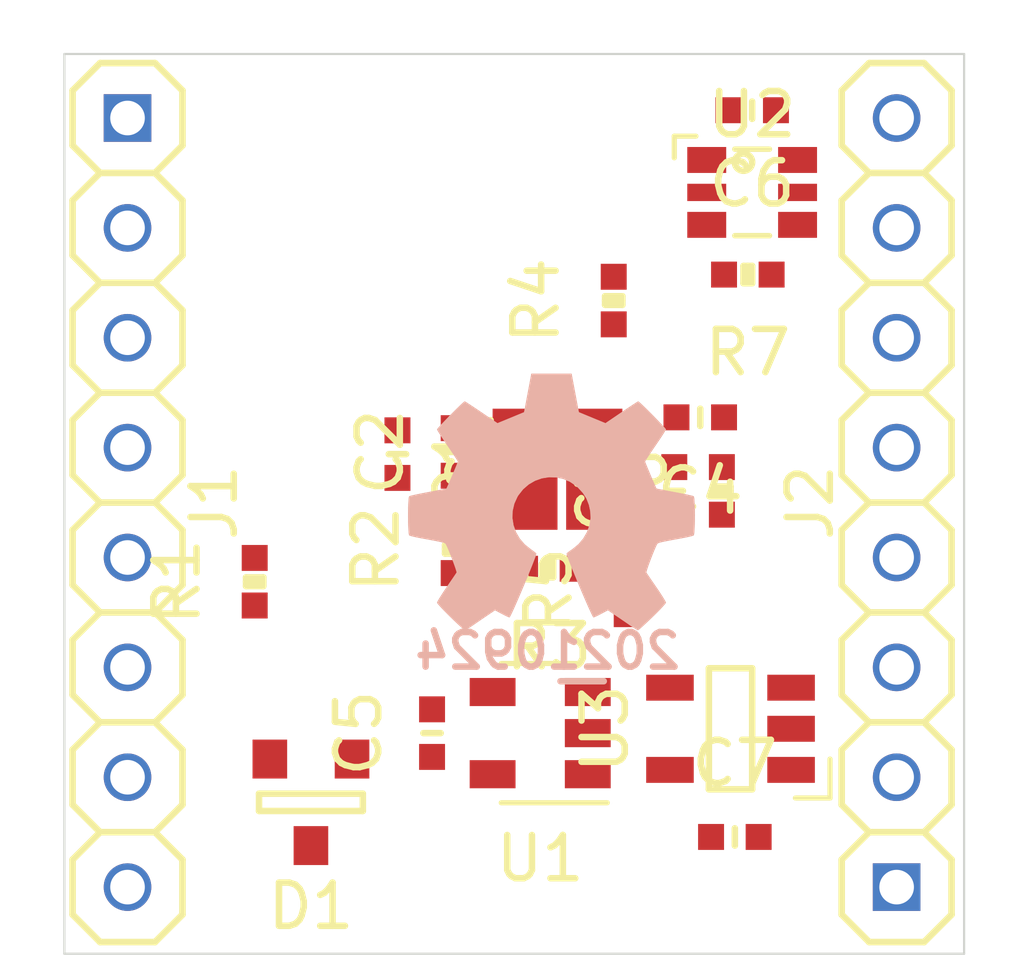
<source format=kicad_pcb>
(kicad_pcb (version 20171130) (host pcbnew 5.1.10-88a1d61d58~90~ubuntu21.04.1)

  (general
    (thickness 1.6)
    (drawings 4)
    (tracks 0)
    (zones 0)
    (modules 23)
    (nets 27)
  )

  (page A4)
  (layers
    (0 F.Cu signal)
    (31 B.Cu signal)
    (32 B.Adhes user)
    (33 F.Adhes user)
    (34 B.Paste user)
    (35 F.Paste user)
    (36 B.SilkS user)
    (37 F.SilkS user)
    (38 B.Mask user)
    (39 F.Mask user)
    (40 Dwgs.User user)
    (41 Cmts.User user)
    (42 Eco1.User user)
    (43 Eco2.User user)
    (44 Edge.Cuts user)
    (45 Margin user)
    (46 B.CrtYd user)
    (47 F.CrtYd user)
    (48 B.Fab user)
    (49 F.Fab user)
  )

  (setup
    (last_trace_width 0.25)
    (user_trace_width 0.2)
    (user_trace_width 0.3)
    (user_trace_width 0.4)
    (user_trace_width 0.6)
    (user_trace_width 0.8)
    (user_trace_width 1)
    (user_trace_width 1.2)
    (user_trace_width 1.4)
    (user_trace_width 1.6)
    (user_trace_width 2)
    (trace_clearance 0.2)
    (zone_clearance 0.508)
    (zone_45_only no)
    (trace_min 0.1524)
    (via_size 0.8)
    (via_drill 0.4)
    (via_min_size 0.381)
    (via_min_drill 0.254)
    (user_via 0.4 0.254)
    (user_via 0.5 0.3)
    (user_via 0.6 0.4)
    (user_via 0.8 0.6)
    (user_via 1.1 0.8)
    (user_via 1.3 1)
    (user_via 1.5 1.2)
    (user_via 1.7 1.4)
    (user_via 1.9 1.6)
    (user_via 2.5 2)
    (uvia_size 0.3)
    (uvia_drill 0.1)
    (uvias_allowed no)
    (uvia_min_size 0.2)
    (uvia_min_drill 0.1)
    (edge_width 0.05)
    (segment_width 0.2)
    (pcb_text_width 0.3)
    (pcb_text_size 1.5 1.5)
    (mod_edge_width 0.12)
    (mod_text_size 0.8 0.8)
    (mod_text_width 0.12)
    (pad_size 1.524 1.524)
    (pad_drill 0.762)
    (pad_to_mask_clearance 0.0762)
    (solder_mask_min_width 0.1016)
    (pad_to_paste_clearance_ratio -0.1)
    (aux_axis_origin 0 0)
    (visible_elements FFFFFF7F)
    (pcbplotparams
      (layerselection 0x010fc_ffffffff)
      (usegerberextensions false)
      (usegerberattributes true)
      (usegerberadvancedattributes true)
      (creategerberjobfile true)
      (excludeedgelayer true)
      (linewidth 0.100000)
      (plotframeref false)
      (viasonmask false)
      (mode 1)
      (useauxorigin false)
      (hpglpennumber 1)
      (hpglpenspeed 20)
      (hpglpendiameter 15.000000)
      (psnegative false)
      (psa4output false)
      (plotreference true)
      (plotvalue true)
      (plotinvisibletext false)
      (padsonsilk false)
      (subtractmaskfromsilk false)
      (outputformat 1)
      (mirror false)
      (drillshape 1)
      (scaleselection 1)
      (outputdirectory ""))
  )

  (net 0 "")
  (net 1 GND)
  (net 2 "Net-(C1-Pad1)")
  (net 3 "Net-(C2-Pad1)")
  (net 4 "Net-(C3-Pad2)")
  (net 5 /signal)
  (net 6 /bias)
  (net 7 VCC)
  (net 8 "Net-(Q1-Pad1)")
  (net 9 "Net-(R7-Pad1)")
  (net 10 "Net-(U1-Pad2)")
  (net 11 "Net-(U1-Pad1)")
  (net 12 "Net-(U2-Pad1)")
  (net 13 "Net-(J1-Pad7)")
  (net 14 "Net-(J1-Pad6)")
  (net 15 "Net-(J1-Pad5)")
  (net 16 "Net-(J1-Pad4)")
  (net 17 "Net-(J1-Pad3)")
  (net 18 "Net-(J1-Pad2)")
  (net 19 "Net-(J2-Pad7)")
  (net 20 "Net-(J2-Pad6)")
  (net 21 "Net-(J2-Pad5)")
  (net 22 "Net-(J2-Pad4)")
  (net 23 "Net-(J2-Pad3)")
  (net 24 /OSC1)
  (net 25 /OSC2)
  (net 26 "Net-(D1-Pad2)")

  (net_class Default "This is the default net class."
    (clearance 0.2)
    (trace_width 0.25)
    (via_dia 0.8)
    (via_drill 0.4)
    (uvia_dia 0.3)
    (uvia_drill 0.1)
    (add_net /OSC1)
    (add_net /OSC2)
    (add_net /bias)
    (add_net /signal)
    (add_net GND)
    (add_net "Net-(C1-Pad1)")
    (add_net "Net-(C2-Pad1)")
    (add_net "Net-(C3-Pad2)")
    (add_net "Net-(D1-Pad2)")
    (add_net "Net-(J1-Pad2)")
    (add_net "Net-(J1-Pad3)")
    (add_net "Net-(J1-Pad4)")
    (add_net "Net-(J1-Pad5)")
    (add_net "Net-(J1-Pad6)")
    (add_net "Net-(J1-Pad7)")
    (add_net "Net-(J2-Pad3)")
    (add_net "Net-(J2-Pad4)")
    (add_net "Net-(J2-Pad5)")
    (add_net "Net-(J2-Pad6)")
    (add_net "Net-(J2-Pad7)")
    (add_net "Net-(Q1-Pad1)")
    (add_net "Net-(R7-Pad1)")
    (add_net "Net-(U1-Pad1)")
    (add_net "Net-(U1-Pad2)")
    (add_net "Net-(U2-Pad1)")
    (add_net VCC)
  )

  (module SquantorIC:SOT23-3 (layer F.Cu) (tedit 5D43446D) (tstamp 614ED20E)
    (at 128.7 71.7 180)
    (path /614FE7BE)
    (fp_text reference D1 (at 0 -2.4) (layer F.SilkS)
      (effects (font (size 1 1) (thickness 0.15)))
    )
    (fp_text value BAS17 (at 0 2.5) (layer F.Fab)
      (effects (font (size 1 1) (thickness 0.15)))
    )
    (fp_line (start -1.2 -0.2) (end 1.2 -0.2) (layer F.SilkS) (width 0.15))
    (fp_line (start 1.2 -0.2) (end 1.2 0.2) (layer F.SilkS) (width 0.15))
    (fp_line (start 1.2 0.2) (end -1.2 0.2) (layer F.SilkS) (width 0.15))
    (fp_line (start -1.2 0.2) (end -1.2 -0.2) (layer F.SilkS) (width 0.15))
    (fp_line (start -1.7 1.8) (end 1.7 1.8) (layer F.CrtYd) (width 0.05))
    (fp_line (start -1.7 1.8) (end -1.7 -1.1) (layer F.CrtYd) (width 0.05))
    (fp_line (start -1.7 -1.1) (end -0.7 -1.1) (layer F.CrtYd) (width 0.05))
    (fp_line (start -0.7 -1.1) (end -0.7 -1.8) (layer F.CrtYd) (width 0.05))
    (fp_line (start -0.7 -1.8) (end 0.7 -1.8) (layer F.CrtYd) (width 0.05))
    (fp_line (start 0.7 -1.8) (end 0.7 -1.1) (layer F.CrtYd) (width 0.05))
    (fp_line (start 0.7 -1.1) (end 1.7 -1.1) (layer F.CrtYd) (width 0.05))
    (fp_line (start 1.7 -1.1) (end 1.7 1.8) (layer F.CrtYd) (width 0.05))
    (pad 3 smd rect (at 0 -1 180) (size 0.8 0.9) (layers F.Cu F.Paste F.Mask)
      (net 1 GND))
    (pad 2 smd rect (at 0.95 1 180) (size 0.8 0.9) (layers F.Cu F.Paste F.Mask)
      (net 26 "Net-(D1-Pad2)"))
    (pad 1 smd rect (at -0.95 1 180) (size 0.8 0.9) (layers F.Cu F.Paste F.Mask)
      (net 6 /bias))
    (model ${KISYS3DMOD}/Package_TO_SOT_SMD.3dshapes/SOT-23.step
      (at (xyz 0 0 0))
      (scale (xyz 1 1 1))
      (rotate (xyz 0 0 -90))
    )
  )

  (module SquantorConnectors:Header-0254-1X08-H008 (layer F.Cu) (tedit 5BE2009D) (tstamp 614E2D66)
    (at 142.24 64.77 90)
    (descr "PIN HEADER")
    (tags "PIN HEADER")
    (path /614E8982)
    (attr virtual)
    (fp_text reference J2 (at 0 -2 90) (layer F.SilkS)
      (effects (font (size 1 1) (thickness 0.15)))
    )
    (fp_text value Conn_01x08 (at 0 2.1 90) (layer F.Fab)
      (effects (font (size 1 1) (thickness 0.15)))
    )
    (fp_line (start 9.525 1.27) (end 8.255 1.27) (layer F.SilkS) (width 0.1524))
    (fp_line (start 7.62 0.635) (end 8.255 1.27) (layer F.SilkS) (width 0.1524))
    (fp_line (start 8.255 -1.27) (end 7.62 -0.635) (layer F.SilkS) (width 0.1524))
    (fp_line (start 10.16 0.635) (end 9.525 1.27) (layer F.SilkS) (width 0.1524))
    (fp_line (start 10.16 -0.635) (end 10.16 0.635) (layer F.SilkS) (width 0.1524))
    (fp_line (start 9.525 -1.27) (end 10.16 -0.635) (layer F.SilkS) (width 0.1524))
    (fp_line (start 8.255 -1.27) (end 9.525 -1.27) (layer F.SilkS) (width 0.1524))
    (fp_line (start -8.255 1.27) (end -9.525 1.27) (layer F.SilkS) (width 0.1524))
    (fp_line (start -10.16 0.635) (end -9.525 1.27) (layer F.SilkS) (width 0.1524))
    (fp_line (start -9.525 -1.27) (end -10.16 -0.635) (layer F.SilkS) (width 0.1524))
    (fp_line (start -10.16 -0.635) (end -10.16 0.635) (layer F.SilkS) (width 0.1524))
    (fp_line (start -6.985 1.27) (end -7.62 0.635) (layer F.SilkS) (width 0.1524))
    (fp_line (start -5.715 1.27) (end -6.985 1.27) (layer F.SilkS) (width 0.1524))
    (fp_line (start -5.08 0.635) (end -5.715 1.27) (layer F.SilkS) (width 0.1524))
    (fp_line (start -5.08 -0.635) (end -5.08 0.635) (layer F.SilkS) (width 0.1524))
    (fp_line (start -5.715 -1.27) (end -5.08 -0.635) (layer F.SilkS) (width 0.1524))
    (fp_line (start -6.985 -1.27) (end -5.715 -1.27) (layer F.SilkS) (width 0.1524))
    (fp_line (start -7.62 -0.635) (end -6.985 -1.27) (layer F.SilkS) (width 0.1524))
    (fp_line (start -7.62 0.635) (end -8.255 1.27) (layer F.SilkS) (width 0.1524))
    (fp_line (start -7.62 -0.635) (end -7.62 0.635) (layer F.SilkS) (width 0.1524))
    (fp_line (start -8.255 -1.27) (end -7.62 -0.635) (layer F.SilkS) (width 0.1524))
    (fp_line (start -9.525 -1.27) (end -8.255 -1.27) (layer F.SilkS) (width 0.1524))
    (fp_line (start -0.635 1.27) (end -1.905 1.27) (layer F.SilkS) (width 0.1524))
    (fp_line (start -2.54 0.635) (end -1.905 1.27) (layer F.SilkS) (width 0.1524))
    (fp_line (start -1.905 -1.27) (end -2.54 -0.635) (layer F.SilkS) (width 0.1524))
    (fp_line (start -4.445 1.27) (end -5.08 0.635) (layer F.SilkS) (width 0.1524))
    (fp_line (start -3.175 1.27) (end -4.445 1.27) (layer F.SilkS) (width 0.1524))
    (fp_line (start -2.54 0.635) (end -3.175 1.27) (layer F.SilkS) (width 0.1524))
    (fp_line (start -2.54 -0.635) (end -2.54 0.635) (layer F.SilkS) (width 0.1524))
    (fp_line (start -3.175 -1.27) (end -2.54 -0.635) (layer F.SilkS) (width 0.1524))
    (fp_line (start -4.445 -1.27) (end -3.175 -1.27) (layer F.SilkS) (width 0.1524))
    (fp_line (start -5.08 -0.635) (end -4.445 -1.27) (layer F.SilkS) (width 0.1524))
    (fp_line (start 0.635 1.27) (end 0 0.635) (layer F.SilkS) (width 0.1524))
    (fp_line (start 1.905 1.27) (end 0.635 1.27) (layer F.SilkS) (width 0.1524))
    (fp_line (start 2.54 0.635) (end 1.905 1.27) (layer F.SilkS) (width 0.1524))
    (fp_line (start 2.54 -0.635) (end 2.54 0.635) (layer F.SilkS) (width 0.1524))
    (fp_line (start 1.905 -1.27) (end 2.54 -0.635) (layer F.SilkS) (width 0.1524))
    (fp_line (start 0.635 -1.27) (end 1.905 -1.27) (layer F.SilkS) (width 0.1524))
    (fp_line (start 0 -0.635) (end 0.635 -1.27) (layer F.SilkS) (width 0.1524))
    (fp_line (start 0 0.635) (end -0.635 1.27) (layer F.SilkS) (width 0.1524))
    (fp_line (start 0 -0.635) (end 0 0.635) (layer F.SilkS) (width 0.1524))
    (fp_line (start -0.635 -1.27) (end 0 -0.635) (layer F.SilkS) (width 0.1524))
    (fp_line (start -1.905 -1.27) (end -0.635 -1.27) (layer F.SilkS) (width 0.1524))
    (fp_line (start 6.985 1.27) (end 5.715 1.27) (layer F.SilkS) (width 0.1524))
    (fp_line (start 5.08 0.635) (end 5.715 1.27) (layer F.SilkS) (width 0.1524))
    (fp_line (start 5.715 -1.27) (end 5.08 -0.635) (layer F.SilkS) (width 0.1524))
    (fp_line (start 3.175 1.27) (end 2.54 0.635) (layer F.SilkS) (width 0.1524))
    (fp_line (start 4.445 1.27) (end 3.175 1.27) (layer F.SilkS) (width 0.1524))
    (fp_line (start 5.08 0.635) (end 4.445 1.27) (layer F.SilkS) (width 0.1524))
    (fp_line (start 5.08 -0.635) (end 5.08 0.635) (layer F.SilkS) (width 0.1524))
    (fp_line (start 4.445 -1.27) (end 5.08 -0.635) (layer F.SilkS) (width 0.1524))
    (fp_line (start 3.175 -1.27) (end 4.445 -1.27) (layer F.SilkS) (width 0.1524))
    (fp_line (start 2.54 -0.635) (end 3.175 -1.27) (layer F.SilkS) (width 0.1524))
    (fp_line (start 7.62 0.635) (end 6.985 1.27) (layer F.SilkS) (width 0.1524))
    (fp_line (start 7.62 -0.635) (end 7.62 0.635) (layer F.SilkS) (width 0.1524))
    (fp_line (start 6.985 -1.27) (end 7.62 -0.635) (layer F.SilkS) (width 0.1524))
    (fp_line (start 5.715 -1.27) (end 6.985 -1.27) (layer F.SilkS) (width 0.1524))
    (pad 8 thru_hole circle (at 8.89 0 270) (size 1.1 1.1) (drill 0.8) (layers *.Cu *.Mask)
      (net 24 /OSC1))
    (pad 7 thru_hole circle (at 6.35 0 270) (size 1.1 1.1) (drill 0.8) (layers *.Cu *.Mask)
      (net 19 "Net-(J2-Pad7)"))
    (pad 6 thru_hole circle (at 3.81 0 270) (size 1.1 1.1) (drill 0.8) (layers *.Cu *.Mask)
      (net 20 "Net-(J2-Pad6)"))
    (pad 5 thru_hole circle (at 1.27 0 270) (size 1.1 1.1) (drill 0.8) (layers *.Cu *.Mask)
      (net 21 "Net-(J2-Pad5)"))
    (pad 4 thru_hole circle (at -1.27 0 270) (size 1.1 1.1) (drill 0.8) (layers *.Cu *.Mask)
      (net 22 "Net-(J2-Pad4)"))
    (pad 3 thru_hole circle (at -3.81 0 270) (size 1.1 1.1) (drill 0.8) (layers *.Cu *.Mask)
      (net 23 "Net-(J2-Pad3)"))
    (pad 2 thru_hole circle (at -6.35 0 270) (size 1.1 1.1) (drill 0.8) (layers *.Cu *.Mask)
      (net 25 /OSC2))
    (pad 1 thru_hole rect (at -8.89 0 270) (size 1.1 1.1) (drill 0.8) (layers *.Cu *.Mask)
      (net 6 /bias))
  )

  (module SquantorConnectors:Header-0254-1X08-H008 (layer F.Cu) (tedit 5BE2009D) (tstamp 614E2D21)
    (at 124.46 64.77 270)
    (descr "PIN HEADER")
    (tags "PIN HEADER")
    (path /614E4605)
    (attr virtual)
    (fp_text reference J1 (at 0 -2 90) (layer F.SilkS)
      (effects (font (size 1 1) (thickness 0.15)))
    )
    (fp_text value Conn_01x08 (at 0 2.1 90) (layer F.Fab)
      (effects (font (size 1 1) (thickness 0.15)))
    )
    (fp_line (start 9.525 1.27) (end 8.255 1.27) (layer F.SilkS) (width 0.1524))
    (fp_line (start 7.62 0.635) (end 8.255 1.27) (layer F.SilkS) (width 0.1524))
    (fp_line (start 8.255 -1.27) (end 7.62 -0.635) (layer F.SilkS) (width 0.1524))
    (fp_line (start 10.16 0.635) (end 9.525 1.27) (layer F.SilkS) (width 0.1524))
    (fp_line (start 10.16 -0.635) (end 10.16 0.635) (layer F.SilkS) (width 0.1524))
    (fp_line (start 9.525 -1.27) (end 10.16 -0.635) (layer F.SilkS) (width 0.1524))
    (fp_line (start 8.255 -1.27) (end 9.525 -1.27) (layer F.SilkS) (width 0.1524))
    (fp_line (start -8.255 1.27) (end -9.525 1.27) (layer F.SilkS) (width 0.1524))
    (fp_line (start -10.16 0.635) (end -9.525 1.27) (layer F.SilkS) (width 0.1524))
    (fp_line (start -9.525 -1.27) (end -10.16 -0.635) (layer F.SilkS) (width 0.1524))
    (fp_line (start -10.16 -0.635) (end -10.16 0.635) (layer F.SilkS) (width 0.1524))
    (fp_line (start -6.985 1.27) (end -7.62 0.635) (layer F.SilkS) (width 0.1524))
    (fp_line (start -5.715 1.27) (end -6.985 1.27) (layer F.SilkS) (width 0.1524))
    (fp_line (start -5.08 0.635) (end -5.715 1.27) (layer F.SilkS) (width 0.1524))
    (fp_line (start -5.08 -0.635) (end -5.08 0.635) (layer F.SilkS) (width 0.1524))
    (fp_line (start -5.715 -1.27) (end -5.08 -0.635) (layer F.SilkS) (width 0.1524))
    (fp_line (start -6.985 -1.27) (end -5.715 -1.27) (layer F.SilkS) (width 0.1524))
    (fp_line (start -7.62 -0.635) (end -6.985 -1.27) (layer F.SilkS) (width 0.1524))
    (fp_line (start -7.62 0.635) (end -8.255 1.27) (layer F.SilkS) (width 0.1524))
    (fp_line (start -7.62 -0.635) (end -7.62 0.635) (layer F.SilkS) (width 0.1524))
    (fp_line (start -8.255 -1.27) (end -7.62 -0.635) (layer F.SilkS) (width 0.1524))
    (fp_line (start -9.525 -1.27) (end -8.255 -1.27) (layer F.SilkS) (width 0.1524))
    (fp_line (start -0.635 1.27) (end -1.905 1.27) (layer F.SilkS) (width 0.1524))
    (fp_line (start -2.54 0.635) (end -1.905 1.27) (layer F.SilkS) (width 0.1524))
    (fp_line (start -1.905 -1.27) (end -2.54 -0.635) (layer F.SilkS) (width 0.1524))
    (fp_line (start -4.445 1.27) (end -5.08 0.635) (layer F.SilkS) (width 0.1524))
    (fp_line (start -3.175 1.27) (end -4.445 1.27) (layer F.SilkS) (width 0.1524))
    (fp_line (start -2.54 0.635) (end -3.175 1.27) (layer F.SilkS) (width 0.1524))
    (fp_line (start -2.54 -0.635) (end -2.54 0.635) (layer F.SilkS) (width 0.1524))
    (fp_line (start -3.175 -1.27) (end -2.54 -0.635) (layer F.SilkS) (width 0.1524))
    (fp_line (start -4.445 -1.27) (end -3.175 -1.27) (layer F.SilkS) (width 0.1524))
    (fp_line (start -5.08 -0.635) (end -4.445 -1.27) (layer F.SilkS) (width 0.1524))
    (fp_line (start 0.635 1.27) (end 0 0.635) (layer F.SilkS) (width 0.1524))
    (fp_line (start 1.905 1.27) (end 0.635 1.27) (layer F.SilkS) (width 0.1524))
    (fp_line (start 2.54 0.635) (end 1.905 1.27) (layer F.SilkS) (width 0.1524))
    (fp_line (start 2.54 -0.635) (end 2.54 0.635) (layer F.SilkS) (width 0.1524))
    (fp_line (start 1.905 -1.27) (end 2.54 -0.635) (layer F.SilkS) (width 0.1524))
    (fp_line (start 0.635 -1.27) (end 1.905 -1.27) (layer F.SilkS) (width 0.1524))
    (fp_line (start 0 -0.635) (end 0.635 -1.27) (layer F.SilkS) (width 0.1524))
    (fp_line (start 0 0.635) (end -0.635 1.27) (layer F.SilkS) (width 0.1524))
    (fp_line (start 0 -0.635) (end 0 0.635) (layer F.SilkS) (width 0.1524))
    (fp_line (start -0.635 -1.27) (end 0 -0.635) (layer F.SilkS) (width 0.1524))
    (fp_line (start -1.905 -1.27) (end -0.635 -1.27) (layer F.SilkS) (width 0.1524))
    (fp_line (start 6.985 1.27) (end 5.715 1.27) (layer F.SilkS) (width 0.1524))
    (fp_line (start 5.08 0.635) (end 5.715 1.27) (layer F.SilkS) (width 0.1524))
    (fp_line (start 5.715 -1.27) (end 5.08 -0.635) (layer F.SilkS) (width 0.1524))
    (fp_line (start 3.175 1.27) (end 2.54 0.635) (layer F.SilkS) (width 0.1524))
    (fp_line (start 4.445 1.27) (end 3.175 1.27) (layer F.SilkS) (width 0.1524))
    (fp_line (start 5.08 0.635) (end 4.445 1.27) (layer F.SilkS) (width 0.1524))
    (fp_line (start 5.08 -0.635) (end 5.08 0.635) (layer F.SilkS) (width 0.1524))
    (fp_line (start 4.445 -1.27) (end 5.08 -0.635) (layer F.SilkS) (width 0.1524))
    (fp_line (start 3.175 -1.27) (end 4.445 -1.27) (layer F.SilkS) (width 0.1524))
    (fp_line (start 2.54 -0.635) (end 3.175 -1.27) (layer F.SilkS) (width 0.1524))
    (fp_line (start 7.62 0.635) (end 6.985 1.27) (layer F.SilkS) (width 0.1524))
    (fp_line (start 7.62 -0.635) (end 7.62 0.635) (layer F.SilkS) (width 0.1524))
    (fp_line (start 6.985 -1.27) (end 7.62 -0.635) (layer F.SilkS) (width 0.1524))
    (fp_line (start 5.715 -1.27) (end 6.985 -1.27) (layer F.SilkS) (width 0.1524))
    (pad 8 thru_hole circle (at 8.89 0 90) (size 1.1 1.1) (drill 0.8) (layers *.Cu *.Mask)
      (net 1 GND))
    (pad 7 thru_hole circle (at 6.35 0 90) (size 1.1 1.1) (drill 0.8) (layers *.Cu *.Mask)
      (net 13 "Net-(J1-Pad7)"))
    (pad 6 thru_hole circle (at 3.81 0 90) (size 1.1 1.1) (drill 0.8) (layers *.Cu *.Mask)
      (net 14 "Net-(J1-Pad6)"))
    (pad 5 thru_hole circle (at 1.27 0 90) (size 1.1 1.1) (drill 0.8) (layers *.Cu *.Mask)
      (net 15 "Net-(J1-Pad5)"))
    (pad 4 thru_hole circle (at -1.27 0 90) (size 1.1 1.1) (drill 0.8) (layers *.Cu *.Mask)
      (net 16 "Net-(J1-Pad4)"))
    (pad 3 thru_hole circle (at -3.81 0 90) (size 1.1 1.1) (drill 0.8) (layers *.Cu *.Mask)
      (net 17 "Net-(J1-Pad3)"))
    (pad 2 thru_hole circle (at -6.35 0 90) (size 1.1 1.1) (drill 0.8) (layers *.Cu *.Mask)
      (net 18 "Net-(J1-Pad2)"))
    (pad 1 thru_hole rect (at -8.89 0 90) (size 1.1 1.1) (drill 0.8) (layers *.Cu *.Mask)
      (net 7 VCC))
  )

  (module SquantorIC:SOT23-5-Microchip-OT (layer F.Cu) (tedit 604FA5EB) (tstamp 614163B7)
    (at 138.4 70 90)
    (path /6141B4F7)
    (fp_text reference U3 (at 0 -2.9 90) (layer F.SilkS)
      (effects (font (size 1 1) (thickness 0.15)))
    )
    (fp_text value MCP6541 (at 0 3 90) (layer F.Fab)
      (effects (font (size 1 1) (thickness 0.15)))
    )
    (fp_line (start -1.4 -0.5) (end 1.4 -0.5) (layer F.SilkS) (width 0.15))
    (fp_line (start 1.4 -0.5) (end 1.4 0.5) (layer F.SilkS) (width 0.15))
    (fp_line (start 1.4 0.5) (end -1.4 0.5) (layer F.SilkS) (width 0.15))
    (fp_line (start -1.4 0.5) (end -1.4 -0.5) (layer F.SilkS) (width 0.15))
    (fp_line (start -1.9 2.3) (end 1.8 2.3) (layer F.CrtYd) (width 0.05))
    (fp_line (start 1.8 2.3) (end 1.8 -2.3) (layer F.CrtYd) (width 0.05))
    (fp_line (start 1.8 -2.3) (end -1.9 -2.3) (layer F.CrtYd) (width 0.05))
    (fp_line (start -1.9 -2.3) (end -1.9 2.3) (layer F.CrtYd) (width 0.05))
    (fp_line (start -0.7 2.3) (end -1.6 2.3) (layer F.SilkS) (width 0.12))
    (fp_line (start -1.6 2.3) (end -1.6 1.5) (layer F.SilkS) (width 0.12))
    (pad 5 smd rect (at -0.95 -1.4 90) (size 0.6 1.1) (layers F.Cu F.Paste F.Mask)
      (net 7 VCC))
    (pad 4 smd rect (at 0.95 -1.4 90) (size 0.6 1.1) (layers F.Cu F.Paste F.Mask)
      (net 6 /bias))
    (pad 3 smd rect (at 0.95 1.4 90) (size 0.6 1.1) (layers F.Cu F.Paste F.Mask)
      (net 5 /signal))
    (pad 2 smd rect (at 0 1.4 90) (size 0.6 1.1) (layers F.Cu F.Paste F.Mask)
      (net 1 GND))
    (pad 1 smd rect (at -0.95 1.4 90) (size 0.6 1.1) (layers F.Cu F.Paste F.Mask)
      (net 25 /OSC2))
    (model ${KISYS3DMOD}/Package_TO_SOT_SMD.3dshapes/SOT-23-5.step
      (at (xyz 0 0 0))
      (scale (xyz 1 1 1))
      (rotate (xyz 0 0 -90))
    )
  )

  (module SquantorIC:SOT363-NXP-hand (layer F.Cu) (tedit 60D243A6) (tstamp 614163A4)
    (at 138.9 57.6 270)
    (descr "SOT363 Plastic surface-mounted package; 6 leads SC-88 NXP specification hand soldering")
    (tags "SOT363-hand SC-88 NXP")
    (path /614197B9)
    (attr smd)
    (fp_text reference U2 (at -1.8 0) (layer F.SilkS)
      (effects (font (size 1 1) (thickness 0.15)))
    )
    (fp_text value 74X1GX04 (at 1.9 0) (layer F.Fab)
      (effects (font (size 1 1) (thickness 0.15)))
    )
    (fp_line (start -1.3 1.8) (end -0.8 1.8) (layer F.SilkS) (width 0.12))
    (fp_line (start -1.3 1.8) (end -1.3 1.3) (layer F.SilkS) (width 0.12))
    (fp_line (start -1 -0.625) (end -1 0.625) (layer Dwgs.User) (width 0.127))
    (fp_line (start 1 0.625) (end 1 -0.625) (layer Dwgs.User) (width 0.127))
    (fp_line (start -1 -0.625) (end 1 -0.625) (layer Dwgs.User) (width 0.127))
    (fp_line (start 1 0.625) (end -1 0.625) (layer Dwgs.User) (width 0.127))
    (fp_line (start 1 0.4) (end 1 -0.4) (layer F.SilkS) (width 0.127))
    (fp_line (start -1 0.4) (end -1 -0.4) (layer F.SilkS) (width 0.127))
    (fp_circle (center -0.7 0.2) (end -0.5 0.2) (layer F.SilkS) (width 0.15))
    (fp_poly (pts (xy -0.125 -0.625) (xy 0.125 -0.625) (xy 0.125 -0.925) (xy -0.125 -0.925)) (layer Dwgs.User) (width 0))
    (fp_poly (pts (xy 0.525 -0.625) (xy 0.775 -0.625) (xy 0.775 -0.925) (xy 0.525 -0.925)) (layer Dwgs.User) (width 0))
    (fp_poly (pts (xy -0.125 0.925) (xy 0.125 0.925) (xy 0.125 0.625) (xy -0.125 0.625)) (layer Dwgs.User) (width 0))
    (fp_poly (pts (xy 0.525 0.925) (xy 0.775 0.925) (xy 0.775 0.625) (xy 0.525 0.625)) (layer Dwgs.User) (width 0))
    (fp_poly (pts (xy -0.775 0.925) (xy -0.525 0.925) (xy -0.525 0.625) (xy -0.775 0.625)) (layer Dwgs.User) (width 0))
    (fp_poly (pts (xy -0.775 -0.625) (xy -0.525 -0.625) (xy -0.525 -0.925) (xy -0.775 -0.925)) (layer Dwgs.User) (width 0))
    (fp_line (start -1.3 -1.8) (end -1.3 1.8) (layer F.CrtYd) (width 0.05))
    (fp_line (start -1.3 1.8) (end 1.3 1.8) (layer F.CrtYd) (width 0.05))
    (fp_line (start 1.3 1.8) (end 1.3 -1.8) (layer F.CrtYd) (width 0.05))
    (fp_line (start 1.3 -1.8) (end -1.3 -1.8) (layer F.CrtYd) (width 0.05))
    (pad 3 smd rect (at 0.75 1.05 270) (size 0.6 0.9) (layers F.Cu F.Paste F.Mask)
      (net 5 /signal))
    (pad 2 smd rect (at 0 1.05 270) (size 0.4 0.9) (layers F.Cu F.Paste F.Mask)
      (net 1 GND))
    (pad 1 smd rect (at -0.75 1.05 270) (size 0.6 0.9) (layers F.Cu F.Paste F.Mask)
      (net 12 "Net-(U2-Pad1)"))
    (pad 4 smd rect (at 0.75 -1.05 270) (size 0.6 0.9) (layers F.Cu F.Paste F.Mask)
      (net 9 "Net-(R7-Pad1)"))
    (pad 5 smd rect (at 0 -1.05 270) (size 0.4 0.9) (layers F.Cu F.Paste F.Mask)
      (net 7 VCC))
    (pad 6 smd rect (at -0.75 -1.05 270) (size 0.6 0.9) (layers F.Cu F.Paste F.Mask)
      (net 24 /OSC1))
    (model ${KISYS3DMOD}/Package_TO_SOT_SMD.3dshapes/SOT-363_SC-70-6.step
      (at (xyz 0 0 0))
      (scale (xyz 1 1 1))
      (rotate (xyz 0 0 90))
    )
  )

  (module Package_TO_SOT_SMD:SOT-23-5 (layer F.Cu) (tedit 5A02FF57) (tstamp 61416387)
    (at 134 70.1 180)
    (descr "5-pin SOT23 package")
    (tags SOT-23-5)
    (path /614576C4)
    (attr smd)
    (fp_text reference U1 (at 0 -2.9) (layer F.SilkS)
      (effects (font (size 1 1) (thickness 0.15)))
    )
    (fp_text value TL431 (at 0 2.9) (layer F.Fab)
      (effects (font (size 1 1) (thickness 0.15)))
    )
    (fp_line (start -0.9 1.61) (end 0.9 1.61) (layer F.SilkS) (width 0.12))
    (fp_line (start 0.9 -1.61) (end -1.55 -1.61) (layer F.SilkS) (width 0.12))
    (fp_line (start -1.9 -1.8) (end 1.9 -1.8) (layer F.CrtYd) (width 0.05))
    (fp_line (start 1.9 -1.8) (end 1.9 1.8) (layer F.CrtYd) (width 0.05))
    (fp_line (start 1.9 1.8) (end -1.9 1.8) (layer F.CrtYd) (width 0.05))
    (fp_line (start -1.9 1.8) (end -1.9 -1.8) (layer F.CrtYd) (width 0.05))
    (fp_line (start -0.9 -0.9) (end -0.25 -1.55) (layer F.Fab) (width 0.1))
    (fp_line (start 0.9 -1.55) (end -0.25 -1.55) (layer F.Fab) (width 0.1))
    (fp_line (start -0.9 -0.9) (end -0.9 1.55) (layer F.Fab) (width 0.1))
    (fp_line (start 0.9 1.55) (end -0.9 1.55) (layer F.Fab) (width 0.1))
    (fp_line (start 0.9 -1.55) (end 0.9 1.55) (layer F.Fab) (width 0.1))
    (fp_text user %R (at 0 0 90) (layer F.Fab)
      (effects (font (size 0.5 0.5) (thickness 0.075)))
    )
    (pad 5 smd rect (at 1.1 -0.95 180) (size 1.06 0.65) (layers F.Cu F.Paste F.Mask)
      (net 1 GND))
    (pad 4 smd rect (at 1.1 0.95 180) (size 1.06 0.65) (layers F.Cu F.Paste F.Mask)
      (net 6 /bias))
    (pad 3 smd rect (at -1.1 0.95 180) (size 1.06 0.65) (layers F.Cu F.Paste F.Mask)
      (net 6 /bias))
    (pad 2 smd rect (at -1.1 0 180) (size 1.06 0.65) (layers F.Cu F.Paste F.Mask)
      (net 10 "Net-(U1-Pad2)"))
    (pad 1 smd rect (at -1.1 -0.95 180) (size 1.06 0.65) (layers F.Cu F.Paste F.Mask)
      (net 11 "Net-(U1-Pad1)"))
    (model ${KISYS3DMOD}/Package_TO_SOT_SMD.3dshapes/SOT-23-5.wrl
      (at (xyz 0 0 0))
      (scale (xyz 1 1 1))
      (rotate (xyz 0 0 0))
    )
  )

  (module SquantorRcl:R_0402_hand (layer F.Cu) (tedit 5D440136) (tstamp 61416372)
    (at 138.8 59.5 180)
    (descr "Resistor SMD 0402, reflow soldering, Vishay (see dcrcw.pdf)")
    (tags "resistor 0402")
    (path /6141FD24)
    (attr smd)
    (fp_text reference R7 (at 0 -1.8) (layer F.SilkS)
      (effects (font (size 1 1) (thickness 0.15)))
    )
    (fp_text value 10M (at 0 1.8) (layer F.Fab)
      (effects (font (size 1 1) (thickness 0.15)))
    )
    (fp_line (start -0.5 0.25) (end -0.5 -0.25) (layer F.Fab) (width 0.1))
    (fp_line (start 0.5 0.25) (end -0.5 0.25) (layer F.Fab) (width 0.1))
    (fp_line (start 0.5 -0.25) (end 0.5 0.25) (layer F.Fab) (width 0.1))
    (fp_line (start -0.5 -0.25) (end 0.5 -0.25) (layer F.Fab) (width 0.1))
    (fp_line (start -1.1 -0.55) (end 1.1 -0.55) (layer F.CrtYd) (width 0.05))
    (fp_line (start -1.1 0.55) (end 1.1 0.55) (layer F.CrtYd) (width 0.05))
    (fp_line (start -1.1 -0.55) (end -1.1 0.55) (layer F.CrtYd) (width 0.05))
    (fp_line (start 1.1 -0.55) (end 1.1 0.55) (layer F.CrtYd) (width 0.05))
    (fp_line (start -0.1 -0.2) (end 0.1 -0.2) (layer F.SilkS) (width 0.15))
    (fp_line (start 0.1 -0.2) (end 0.1 0.2) (layer F.SilkS) (width 0.15))
    (fp_line (start 0.1 0.2) (end -0.1 0.2) (layer F.SilkS) (width 0.15))
    (fp_line (start -0.1 0.2) (end -0.1 -0.2) (layer F.SilkS) (width 0.15))
    (fp_line (start 0 -0.2) (end 0 0.2) (layer F.SilkS) (width 0.15))
    (pad 2 smd rect (at 0.55 0 180) (size 0.6 0.6) (layers F.Cu F.Paste F.Mask)
      (net 5 /signal))
    (pad 1 smd rect (at -0.55 0 180) (size 0.6 0.6) (layers F.Cu F.Paste F.Mask)
      (net 9 "Net-(R7-Pad1)"))
    (model ${KISYS3DMOD}/Resistor_SMD.3dshapes/R_0402_1005Metric.step
      (at (xyz 0 0 0))
      (scale (xyz 1 1 1))
      (rotate (xyz 0 0 0))
    )
  )

  (module SquantorRcl:R_0402_hand (layer F.Cu) (tedit 5D440136) (tstamp 6141635F)
    (at 138.2 64.5 90)
    (descr "Resistor SMD 0402, reflow soldering, Vishay (see dcrcw.pdf)")
    (tags "resistor 0402")
    (path /6140E2FE)
    (attr smd)
    (fp_text reference R6 (at 0 -1.8 90) (layer F.SilkS)
      (effects (font (size 1 1) (thickness 0.15)))
    )
    (fp_text value 330K (at 0 1.8 90) (layer F.Fab)
      (effects (font (size 1 1) (thickness 0.15)))
    )
    (fp_line (start -0.5 0.25) (end -0.5 -0.25) (layer F.Fab) (width 0.1))
    (fp_line (start 0.5 0.25) (end -0.5 0.25) (layer F.Fab) (width 0.1))
    (fp_line (start 0.5 -0.25) (end 0.5 0.25) (layer F.Fab) (width 0.1))
    (fp_line (start -0.5 -0.25) (end 0.5 -0.25) (layer F.Fab) (width 0.1))
    (fp_line (start -1.1 -0.55) (end 1.1 -0.55) (layer F.CrtYd) (width 0.05))
    (fp_line (start -1.1 0.55) (end 1.1 0.55) (layer F.CrtYd) (width 0.05))
    (fp_line (start -1.1 -0.55) (end -1.1 0.55) (layer F.CrtYd) (width 0.05))
    (fp_line (start 1.1 -0.55) (end 1.1 0.55) (layer F.CrtYd) (width 0.05))
    (fp_line (start -0.1 -0.2) (end 0.1 -0.2) (layer F.SilkS) (width 0.15))
    (fp_line (start 0.1 -0.2) (end 0.1 0.2) (layer F.SilkS) (width 0.15))
    (fp_line (start 0.1 0.2) (end -0.1 0.2) (layer F.SilkS) (width 0.15))
    (fp_line (start -0.1 0.2) (end -0.1 -0.2) (layer F.SilkS) (width 0.15))
    (fp_line (start 0 -0.2) (end 0 0.2) (layer F.SilkS) (width 0.15))
    (pad 2 smd rect (at 0.55 0 90) (size 0.6 0.6) (layers F.Cu F.Paste F.Mask)
      (net 5 /signal))
    (pad 1 smd rect (at -0.55 0 90) (size 0.6 0.6) (layers F.Cu F.Paste F.Mask)
      (net 6 /bias))
    (model ${KISYS3DMOD}/Resistor_SMD.3dshapes/R_0402_1005Metric.step
      (at (xyz 0 0 0))
      (scale (xyz 1 1 1))
      (rotate (xyz 0 0 0))
    )
  )

  (module SquantorRcl:R_0402_hand (layer F.Cu) (tedit 5D440136) (tstamp 6141634C)
    (at 136 66.8 90)
    (descr "Resistor SMD 0402, reflow soldering, Vishay (see dcrcw.pdf)")
    (tags "resistor 0402")
    (path /613FF70B)
    (attr smd)
    (fp_text reference R5 (at 0 -1.8 90) (layer F.SilkS)
      (effects (font (size 1 1) (thickness 0.15)))
    )
    (fp_text value 100K (at 0 1.8 90) (layer F.Fab)
      (effects (font (size 1 1) (thickness 0.15)))
    )
    (fp_line (start -0.5 0.25) (end -0.5 -0.25) (layer F.Fab) (width 0.1))
    (fp_line (start 0.5 0.25) (end -0.5 0.25) (layer F.Fab) (width 0.1))
    (fp_line (start 0.5 -0.25) (end 0.5 0.25) (layer F.Fab) (width 0.1))
    (fp_line (start -0.5 -0.25) (end 0.5 -0.25) (layer F.Fab) (width 0.1))
    (fp_line (start -1.1 -0.55) (end 1.1 -0.55) (layer F.CrtYd) (width 0.05))
    (fp_line (start -1.1 0.55) (end 1.1 0.55) (layer F.CrtYd) (width 0.05))
    (fp_line (start -1.1 -0.55) (end -1.1 0.55) (layer F.CrtYd) (width 0.05))
    (fp_line (start 1.1 -0.55) (end 1.1 0.55) (layer F.CrtYd) (width 0.05))
    (fp_line (start -0.1 -0.2) (end 0.1 -0.2) (layer F.SilkS) (width 0.15))
    (fp_line (start 0.1 -0.2) (end 0.1 0.2) (layer F.SilkS) (width 0.15))
    (fp_line (start 0.1 0.2) (end -0.1 0.2) (layer F.SilkS) (width 0.15))
    (fp_line (start -0.1 0.2) (end -0.1 -0.2) (layer F.SilkS) (width 0.15))
    (fp_line (start 0 -0.2) (end 0 0.2) (layer F.SilkS) (width 0.15))
    (pad 2 smd rect (at 0.55 0 90) (size 0.6 0.6) (layers F.Cu F.Paste F.Mask)
      (net 3 "Net-(C2-Pad1)"))
    (pad 1 smd rect (at -0.55 0 90) (size 0.6 0.6) (layers F.Cu F.Paste F.Mask)
      (net 1 GND))
    (model ${KISYS3DMOD}/Resistor_SMD.3dshapes/R_0402_1005Metric.step
      (at (xyz 0 0 0))
      (scale (xyz 1 1 1))
      (rotate (xyz 0 0 0))
    )
  )

  (module SquantorRcl:R_0402_hand (layer F.Cu) (tedit 5D440136) (tstamp 61416339)
    (at 135.7 60.1 90)
    (descr "Resistor SMD 0402, reflow soldering, Vishay (see dcrcw.pdf)")
    (tags "resistor 0402")
    (path /61406944)
    (attr smd)
    (fp_text reference R4 (at 0 -1.8 90) (layer F.SilkS)
      (effects (font (size 1 1) (thickness 0.15)))
    )
    (fp_text value 220K (at 0 1.8 90) (layer F.Fab)
      (effects (font (size 1 1) (thickness 0.15)))
    )
    (fp_line (start -0.5 0.25) (end -0.5 -0.25) (layer F.Fab) (width 0.1))
    (fp_line (start 0.5 0.25) (end -0.5 0.25) (layer F.Fab) (width 0.1))
    (fp_line (start 0.5 -0.25) (end 0.5 0.25) (layer F.Fab) (width 0.1))
    (fp_line (start -0.5 -0.25) (end 0.5 -0.25) (layer F.Fab) (width 0.1))
    (fp_line (start -1.1 -0.55) (end 1.1 -0.55) (layer F.CrtYd) (width 0.05))
    (fp_line (start -1.1 0.55) (end 1.1 0.55) (layer F.CrtYd) (width 0.05))
    (fp_line (start -1.1 -0.55) (end -1.1 0.55) (layer F.CrtYd) (width 0.05))
    (fp_line (start 1.1 -0.55) (end 1.1 0.55) (layer F.CrtYd) (width 0.05))
    (fp_line (start -0.1 -0.2) (end 0.1 -0.2) (layer F.SilkS) (width 0.15))
    (fp_line (start 0.1 -0.2) (end 0.1 0.2) (layer F.SilkS) (width 0.15))
    (fp_line (start 0.1 0.2) (end -0.1 0.2) (layer F.SilkS) (width 0.15))
    (fp_line (start -0.1 0.2) (end -0.1 -0.2) (layer F.SilkS) (width 0.15))
    (fp_line (start 0 -0.2) (end 0 0.2) (layer F.SilkS) (width 0.15))
    (pad 2 smd rect (at 0.55 0 90) (size 0.6 0.6) (layers F.Cu F.Paste F.Mask)
      (net 7 VCC))
    (pad 1 smd rect (at -0.55 0 90) (size 0.6 0.6) (layers F.Cu F.Paste F.Mask)
      (net 4 "Net-(C3-Pad2)"))
    (model ${KISYS3DMOD}/Resistor_SMD.3dshapes/R_0402_1005Metric.step
      (at (xyz 0 0 0))
      (scale (xyz 1 1 1))
      (rotate (xyz 0 0 0))
    )
  )

  (module SquantorRcl:R_0402_hand (layer F.Cu) (tedit 5D440136) (tstamp 61416326)
    (at 134.2 66.3 180)
    (descr "Resistor SMD 0402, reflow soldering, Vishay (see dcrcw.pdf)")
    (tags "resistor 0402")
    (path /613FCC01)
    (attr smd)
    (fp_text reference R3 (at 0 -1.8) (layer F.SilkS)
      (effects (font (size 1 1) (thickness 0.15)))
    )
    (fp_text value 1M (at 0 1.8) (layer F.Fab)
      (effects (font (size 1 1) (thickness 0.15)))
    )
    (fp_line (start -0.5 0.25) (end -0.5 -0.25) (layer F.Fab) (width 0.1))
    (fp_line (start 0.5 0.25) (end -0.5 0.25) (layer F.Fab) (width 0.1))
    (fp_line (start 0.5 -0.25) (end 0.5 0.25) (layer F.Fab) (width 0.1))
    (fp_line (start -0.5 -0.25) (end 0.5 -0.25) (layer F.Fab) (width 0.1))
    (fp_line (start -1.1 -0.55) (end 1.1 -0.55) (layer F.CrtYd) (width 0.05))
    (fp_line (start -1.1 0.55) (end 1.1 0.55) (layer F.CrtYd) (width 0.05))
    (fp_line (start -1.1 -0.55) (end -1.1 0.55) (layer F.CrtYd) (width 0.05))
    (fp_line (start 1.1 -0.55) (end 1.1 0.55) (layer F.CrtYd) (width 0.05))
    (fp_line (start -0.1 -0.2) (end 0.1 -0.2) (layer F.SilkS) (width 0.15))
    (fp_line (start 0.1 -0.2) (end 0.1 0.2) (layer F.SilkS) (width 0.15))
    (fp_line (start 0.1 0.2) (end -0.1 0.2) (layer F.SilkS) (width 0.15))
    (fp_line (start -0.1 0.2) (end -0.1 -0.2) (layer F.SilkS) (width 0.15))
    (fp_line (start 0 -0.2) (end 0 0.2) (layer F.SilkS) (width 0.15))
    (pad 2 smd rect (at 0.55 0 180) (size 0.6 0.6) (layers F.Cu F.Paste F.Mask)
      (net 2 "Net-(C1-Pad1)"))
    (pad 1 smd rect (at -0.55 0 180) (size 0.6 0.6) (layers F.Cu F.Paste F.Mask)
      (net 8 "Net-(Q1-Pad1)"))
    (model ${KISYS3DMOD}/Resistor_SMD.3dshapes/R_0402_1005Metric.step
      (at (xyz 0 0 0))
      (scale (xyz 1 1 1))
      (rotate (xyz 0 0 0))
    )
  )

  (module SquantorRcl:R_0402_hand (layer F.Cu) (tedit 5D440136) (tstamp 61416313)
    (at 132 65.85 90)
    (descr "Resistor SMD 0402, reflow soldering, Vishay (see dcrcw.pdf)")
    (tags "resistor 0402")
    (path /613FFF62)
    (attr smd)
    (fp_text reference R2 (at 0 -1.8 90) (layer F.SilkS)
      (effects (font (size 1 1) (thickness 0.15)))
    )
    (fp_text value 330K (at 0 1.8 90) (layer F.Fab)
      (effects (font (size 1 1) (thickness 0.15)))
    )
    (fp_line (start -0.5 0.25) (end -0.5 -0.25) (layer F.Fab) (width 0.1))
    (fp_line (start 0.5 0.25) (end -0.5 0.25) (layer F.Fab) (width 0.1))
    (fp_line (start 0.5 -0.25) (end 0.5 0.25) (layer F.Fab) (width 0.1))
    (fp_line (start -0.5 -0.25) (end 0.5 -0.25) (layer F.Fab) (width 0.1))
    (fp_line (start -1.1 -0.55) (end 1.1 -0.55) (layer F.CrtYd) (width 0.05))
    (fp_line (start -1.1 0.55) (end 1.1 0.55) (layer F.CrtYd) (width 0.05))
    (fp_line (start -1.1 -0.55) (end -1.1 0.55) (layer F.CrtYd) (width 0.05))
    (fp_line (start 1.1 -0.55) (end 1.1 0.55) (layer F.CrtYd) (width 0.05))
    (fp_line (start -0.1 -0.2) (end 0.1 -0.2) (layer F.SilkS) (width 0.15))
    (fp_line (start 0.1 -0.2) (end 0.1 0.2) (layer F.SilkS) (width 0.15))
    (fp_line (start 0.1 0.2) (end -0.1 0.2) (layer F.SilkS) (width 0.15))
    (fp_line (start -0.1 0.2) (end -0.1 -0.2) (layer F.SilkS) (width 0.15))
    (fp_line (start 0 -0.2) (end 0 0.2) (layer F.SilkS) (width 0.15))
    (pad 2 smd rect (at 0.55 0 90) (size 0.6 0.6) (layers F.Cu F.Paste F.Mask)
      (net 2 "Net-(C1-Pad1)"))
    (pad 1 smd rect (at -0.55 0 90) (size 0.6 0.6) (layers F.Cu F.Paste F.Mask)
      (net 6 /bias))
    (model ${KISYS3DMOD}/Resistor_SMD.3dshapes/R_0402_1005Metric.step
      (at (xyz 0 0 0))
      (scale (xyz 1 1 1))
      (rotate (xyz 0 0 0))
    )
  )

  (module SquantorRcl:R_0402_hand (layer F.Cu) (tedit 5D440136) (tstamp 61416300)
    (at 127.4 66.6 90)
    (descr "Resistor SMD 0402, reflow soldering, Vishay (see dcrcw.pdf)")
    (tags "resistor 0402")
    (path /614156CC)
    (attr smd)
    (fp_text reference R1 (at 0 -1.8 90) (layer F.SilkS)
      (effects (font (size 1 1) (thickness 0.15)))
    )
    (fp_text value TBD (at 0 1.8 90) (layer F.Fab)
      (effects (font (size 1 1) (thickness 0.15)))
    )
    (fp_line (start -0.5 0.25) (end -0.5 -0.25) (layer F.Fab) (width 0.1))
    (fp_line (start 0.5 0.25) (end -0.5 0.25) (layer F.Fab) (width 0.1))
    (fp_line (start 0.5 -0.25) (end 0.5 0.25) (layer F.Fab) (width 0.1))
    (fp_line (start -0.5 -0.25) (end 0.5 -0.25) (layer F.Fab) (width 0.1))
    (fp_line (start -1.1 -0.55) (end 1.1 -0.55) (layer F.CrtYd) (width 0.05))
    (fp_line (start -1.1 0.55) (end 1.1 0.55) (layer F.CrtYd) (width 0.05))
    (fp_line (start -1.1 -0.55) (end -1.1 0.55) (layer F.CrtYd) (width 0.05))
    (fp_line (start 1.1 -0.55) (end 1.1 0.55) (layer F.CrtYd) (width 0.05))
    (fp_line (start -0.1 -0.2) (end 0.1 -0.2) (layer F.SilkS) (width 0.15))
    (fp_line (start 0.1 -0.2) (end 0.1 0.2) (layer F.SilkS) (width 0.15))
    (fp_line (start 0.1 0.2) (end -0.1 0.2) (layer F.SilkS) (width 0.15))
    (fp_line (start -0.1 0.2) (end -0.1 -0.2) (layer F.SilkS) (width 0.15))
    (fp_line (start 0 -0.2) (end 0 0.2) (layer F.SilkS) (width 0.15))
    (pad 2 smd rect (at 0.55 0 90) (size 0.6 0.6) (layers F.Cu F.Paste F.Mask)
      (net 7 VCC))
    (pad 1 smd rect (at -0.55 0 90) (size 0.6 0.6) (layers F.Cu F.Paste F.Mask)
      (net 6 /bias))
    (model ${KISYS3DMOD}/Resistor_SMD.3dshapes/R_0402_1005Metric.step
      (at (xyz 0 0 0))
      (scale (xyz 1 1 1))
      (rotate (xyz 0 0 0))
    )
  )

  (module SquantorIC:SOT_universal (layer F.Cu) (tedit 6140F514) (tstamp 614162ED)
    (at 134.5 64 90)
    (descr "Small outline transistor, semiuniversal footprint")
    (tags "SOT universal")
    (path /613FC390)
    (attr smd)
    (fp_text reference Q1 (at 0 -2.4 90) (layer F.SilkS)
      (effects (font (size 1 1) (thickness 0.15)))
    )
    (fp_text value BC849C (at 0 2.5 90) (layer F.Fab)
      (effects (font (size 1 1) (thickness 0.15)))
    )
    (fp_line (start -1.6 1.6) (end 1.6 1.6) (layer F.CrtYd) (width 0.05))
    (fp_line (start -1.6 1.6) (end -1.6 -1.8) (layer F.CrtYd) (width 0.05))
    (fp_line (start -1.6 -1.8) (end 1.6 -1.8) (layer F.CrtYd) (width 0.05))
    (fp_line (start 1.6 -1.8) (end 1.6 1.6) (layer F.CrtYd) (width 0.05))
    (pad 1 smd rect (at -0.75 0.75 90) (size 1.3 1.3) (layers F.Cu F.Paste F.Mask)
      (net 8 "Net-(Q1-Pad1)"))
    (pad 2 smd rect (at 0.75 0.75 90) (size 1.3 1.3) (layers F.Cu F.Paste F.Mask)
      (net 4 "Net-(C3-Pad2)"))
    (pad 3 smd rect (at 0 -0.85 90) (size 2.8 1.5) (layers F.Cu F.Paste F.Mask)
      (net 3 "Net-(C2-Pad1)"))
    (model ${KISYS3DMOD}/Package_TO_SOT_SMD.3dshapes/SOT-323_SC-70.step
      (at (xyz 0 0 0))
      (scale (xyz 1 1 1))
      (rotate (xyz 0 0 -90))
    )
  )

  (module SquantorRcl:C_0402 (layer F.Cu) (tedit 5D442507) (tstamp 614162C0)
    (at 138.5 72.5)
    (descr "Capacitor SMD 0402, reflow soldering, AVX (see smccp.pdf)")
    (tags "capacitor 0402")
    (path /614308FD)
    (attr smd)
    (fp_text reference C7 (at 0 -1.7) (layer F.SilkS)
      (effects (font (size 1 1) (thickness 0.15)))
    )
    (fp_text value 100n (at 0 1.7) (layer F.Fab)
      (effects (font (size 1 1) (thickness 0.15)))
    )
    (fp_line (start -0.5 0.25) (end -0.5 -0.25) (layer F.Fab) (width 0.1))
    (fp_line (start 0.5 0.25) (end -0.5 0.25) (layer F.Fab) (width 0.1))
    (fp_line (start 0.5 -0.25) (end 0.5 0.25) (layer F.Fab) (width 0.1))
    (fp_line (start -0.5 -0.25) (end 0.5 -0.25) (layer F.Fab) (width 0.1))
    (fp_line (start -1.1 -0.55) (end 1.1 -0.55) (layer F.CrtYd) (width 0.05))
    (fp_line (start -1.1 0.55) (end 1.1 0.55) (layer F.CrtYd) (width 0.05))
    (fp_line (start -1.1 -0.55) (end -1.1 0.55) (layer F.CrtYd) (width 0.05))
    (fp_line (start 1.1 -0.55) (end 1.1 0.55) (layer F.CrtYd) (width 0.05))
    (fp_line (start 0 -0.2) (end 0 0.2) (layer F.SilkS) (width 0.15))
    (pad 2 smd rect (at 0.55 0) (size 0.6 0.6) (layers F.Cu F.Paste F.Mask)
      (net 1 GND))
    (pad 1 smd rect (at -0.55 0) (size 0.6 0.6) (layers F.Cu F.Paste F.Mask)
      (net 7 VCC))
    (model ${KISYS3DMOD}/Capacitor_SMD.3dshapes/C_0402_1005Metric.step
      (at (xyz 0 0 0))
      (scale (xyz 1 1 1))
      (rotate (xyz 0 0 0))
    )
  )

  (module SquantorRcl:C_0402 (layer F.Cu) (tedit 5D442507) (tstamp 614162B1)
    (at 138.9 55.7 180)
    (descr "Capacitor SMD 0402, reflow soldering, AVX (see smccp.pdf)")
    (tags "capacitor 0402")
    (path /61436FFF)
    (attr smd)
    (fp_text reference C6 (at 0 -1.7) (layer F.SilkS)
      (effects (font (size 1 1) (thickness 0.15)))
    )
    (fp_text value 100n (at 0 1.7) (layer F.Fab)
      (effects (font (size 1 1) (thickness 0.15)))
    )
    (fp_line (start -0.5 0.25) (end -0.5 -0.25) (layer F.Fab) (width 0.1))
    (fp_line (start 0.5 0.25) (end -0.5 0.25) (layer F.Fab) (width 0.1))
    (fp_line (start 0.5 -0.25) (end 0.5 0.25) (layer F.Fab) (width 0.1))
    (fp_line (start -0.5 -0.25) (end 0.5 -0.25) (layer F.Fab) (width 0.1))
    (fp_line (start -1.1 -0.55) (end 1.1 -0.55) (layer F.CrtYd) (width 0.05))
    (fp_line (start -1.1 0.55) (end 1.1 0.55) (layer F.CrtYd) (width 0.05))
    (fp_line (start -1.1 -0.55) (end -1.1 0.55) (layer F.CrtYd) (width 0.05))
    (fp_line (start 1.1 -0.55) (end 1.1 0.55) (layer F.CrtYd) (width 0.05))
    (fp_line (start 0 -0.2) (end 0 0.2) (layer F.SilkS) (width 0.15))
    (pad 2 smd rect (at 0.55 0 180) (size 0.6 0.6) (layers F.Cu F.Paste F.Mask)
      (net 1 GND))
    (pad 1 smd rect (at -0.55 0 180) (size 0.6 0.6) (layers F.Cu F.Paste F.Mask)
      (net 7 VCC))
    (model ${KISYS3DMOD}/Capacitor_SMD.3dshapes/C_0402_1005Metric.step
      (at (xyz 0 0 0))
      (scale (xyz 1 1 1))
      (rotate (xyz 0 0 0))
    )
  )

  (module SquantorRcl:C_0402 (layer F.Cu) (tedit 5D442507) (tstamp 614162A2)
    (at 131.5 70.1 90)
    (descr "Capacitor SMD 0402, reflow soldering, AVX (see smccp.pdf)")
    (tags "capacitor 0402")
    (path /61464C97)
    (attr smd)
    (fp_text reference C5 (at 0 -1.7 90) (layer F.SilkS)
      (effects (font (size 1 1) (thickness 0.15)))
    )
    (fp_text value 1u (at 0 1.7 90) (layer F.Fab)
      (effects (font (size 1 1) (thickness 0.15)))
    )
    (fp_line (start -0.5 0.25) (end -0.5 -0.25) (layer F.Fab) (width 0.1))
    (fp_line (start 0.5 0.25) (end -0.5 0.25) (layer F.Fab) (width 0.1))
    (fp_line (start 0.5 -0.25) (end 0.5 0.25) (layer F.Fab) (width 0.1))
    (fp_line (start -0.5 -0.25) (end 0.5 -0.25) (layer F.Fab) (width 0.1))
    (fp_line (start -1.1 -0.55) (end 1.1 -0.55) (layer F.CrtYd) (width 0.05))
    (fp_line (start -1.1 0.55) (end 1.1 0.55) (layer F.CrtYd) (width 0.05))
    (fp_line (start -1.1 -0.55) (end -1.1 0.55) (layer F.CrtYd) (width 0.05))
    (fp_line (start 1.1 -0.55) (end 1.1 0.55) (layer F.CrtYd) (width 0.05))
    (fp_line (start 0 -0.2) (end 0 0.2) (layer F.SilkS) (width 0.15))
    (pad 2 smd rect (at 0.55 0 90) (size 0.6 0.6) (layers F.Cu F.Paste F.Mask)
      (net 6 /bias))
    (pad 1 smd rect (at -0.55 0 90) (size 0.6 0.6) (layers F.Cu F.Paste F.Mask)
      (net 1 GND))
    (model ${KISYS3DMOD}/Capacitor_SMD.3dshapes/C_0402_1005Metric.step
      (at (xyz 0 0 0))
      (scale (xyz 1 1 1))
      (rotate (xyz 0 0 0))
    )
  )

  (module SquantorRcl:C_0402 (layer F.Cu) (tedit 5D442507) (tstamp 61416293)
    (at 137.7 62.8 180)
    (descr "Capacitor SMD 0402, reflow soldering, AVX (see smccp.pdf)")
    (tags "capacitor 0402")
    (path /6140D1D9)
    (attr smd)
    (fp_text reference C4 (at 0 -1.7) (layer F.SilkS)
      (effects (font (size 1 1) (thickness 0.15)))
    )
    (fp_text value 2n (at 0 1.7) (layer F.Fab)
      (effects (font (size 1 1) (thickness 0.15)))
    )
    (fp_line (start -0.5 0.25) (end -0.5 -0.25) (layer F.Fab) (width 0.1))
    (fp_line (start 0.5 0.25) (end -0.5 0.25) (layer F.Fab) (width 0.1))
    (fp_line (start 0.5 -0.25) (end 0.5 0.25) (layer F.Fab) (width 0.1))
    (fp_line (start -0.5 -0.25) (end 0.5 -0.25) (layer F.Fab) (width 0.1))
    (fp_line (start -1.1 -0.55) (end 1.1 -0.55) (layer F.CrtYd) (width 0.05))
    (fp_line (start -1.1 0.55) (end 1.1 0.55) (layer F.CrtYd) (width 0.05))
    (fp_line (start -1.1 -0.55) (end -1.1 0.55) (layer F.CrtYd) (width 0.05))
    (fp_line (start 1.1 -0.55) (end 1.1 0.55) (layer F.CrtYd) (width 0.05))
    (fp_line (start 0 -0.2) (end 0 0.2) (layer F.SilkS) (width 0.15))
    (pad 2 smd rect (at 0.55 0 180) (size 0.6 0.6) (layers F.Cu F.Paste F.Mask)
      (net 4 "Net-(C3-Pad2)"))
    (pad 1 smd rect (at -0.55 0 180) (size 0.6 0.6) (layers F.Cu F.Paste F.Mask)
      (net 5 /signal))
    (model ${KISYS3DMOD}/Capacitor_SMD.3dshapes/C_0402_1005Metric.step
      (at (xyz 0 0 0))
      (scale (xyz 1 1 1))
      (rotate (xyz 0 0 0))
    )
  )

  (module SquantorRcl:C_0402 (layer F.Cu) (tedit 5D442507) (tstamp 61416284)
    (at 137.1 64.5 90)
    (descr "Capacitor SMD 0402, reflow soldering, AVX (see smccp.pdf)")
    (tags "capacitor 0402")
    (path /61407460)
    (attr smd)
    (fp_text reference C3 (at 0 -1.7 90) (layer F.SilkS)
      (effects (font (size 1 1) (thickness 0.15)))
    )
    (fp_text value 22p (at 0 1.7 90) (layer F.Fab)
      (effects (font (size 1 1) (thickness 0.15)))
    )
    (fp_line (start -0.5 0.25) (end -0.5 -0.25) (layer F.Fab) (width 0.1))
    (fp_line (start 0.5 0.25) (end -0.5 0.25) (layer F.Fab) (width 0.1))
    (fp_line (start 0.5 -0.25) (end 0.5 0.25) (layer F.Fab) (width 0.1))
    (fp_line (start -0.5 -0.25) (end 0.5 -0.25) (layer F.Fab) (width 0.1))
    (fp_line (start -1.1 -0.55) (end 1.1 -0.55) (layer F.CrtYd) (width 0.05))
    (fp_line (start -1.1 0.55) (end 1.1 0.55) (layer F.CrtYd) (width 0.05))
    (fp_line (start -1.1 -0.55) (end -1.1 0.55) (layer F.CrtYd) (width 0.05))
    (fp_line (start 1.1 -0.55) (end 1.1 0.55) (layer F.CrtYd) (width 0.05))
    (fp_line (start 0 -0.2) (end 0 0.2) (layer F.SilkS) (width 0.15))
    (pad 2 smd rect (at 0.55 0 90) (size 0.6 0.6) (layers F.Cu F.Paste F.Mask)
      (net 4 "Net-(C3-Pad2)"))
    (pad 1 smd rect (at -0.55 0 90) (size 0.6 0.6) (layers F.Cu F.Paste F.Mask)
      (net 1 GND))
    (model ${KISYS3DMOD}/Capacitor_SMD.3dshapes/C_0402_1005Metric.step
      (at (xyz 0 0 0))
      (scale (xyz 1 1 1))
      (rotate (xyz 0 0 0))
    )
  )

  (module SquantorRcl:C_0402 (layer F.Cu) (tedit 5D442507) (tstamp 61416275)
    (at 132 63.6 90)
    (descr "Capacitor SMD 0402, reflow soldering, AVX (see smccp.pdf)")
    (tags "capacitor 0402")
    (path /613FD62E)
    (attr smd)
    (fp_text reference C2 (at 0 -1.7 90) (layer F.SilkS)
      (effects (font (size 1 1) (thickness 0.15)))
    )
    (fp_text value 2n (at 0 1.7 90) (layer F.Fab)
      (effects (font (size 1 1) (thickness 0.15)))
    )
    (fp_line (start -0.5 0.25) (end -0.5 -0.25) (layer F.Fab) (width 0.1))
    (fp_line (start 0.5 0.25) (end -0.5 0.25) (layer F.Fab) (width 0.1))
    (fp_line (start 0.5 -0.25) (end 0.5 0.25) (layer F.Fab) (width 0.1))
    (fp_line (start -0.5 -0.25) (end 0.5 -0.25) (layer F.Fab) (width 0.1))
    (fp_line (start -1.1 -0.55) (end 1.1 -0.55) (layer F.CrtYd) (width 0.05))
    (fp_line (start -1.1 0.55) (end 1.1 0.55) (layer F.CrtYd) (width 0.05))
    (fp_line (start -1.1 -0.55) (end -1.1 0.55) (layer F.CrtYd) (width 0.05))
    (fp_line (start 1.1 -0.55) (end 1.1 0.55) (layer F.CrtYd) (width 0.05))
    (fp_line (start 0 -0.2) (end 0 0.2) (layer F.SilkS) (width 0.15))
    (pad 2 smd rect (at 0.55 0 90) (size 0.6 0.6) (layers F.Cu F.Paste F.Mask)
      (net 2 "Net-(C1-Pad1)"))
    (pad 1 smd rect (at -0.55 0 90) (size 0.6 0.6) (layers F.Cu F.Paste F.Mask)
      (net 3 "Net-(C2-Pad1)"))
    (model ${KISYS3DMOD}/Capacitor_SMD.3dshapes/C_0402_1005Metric.step
      (at (xyz 0 0 0))
      (scale (xyz 1 1 1))
      (rotate (xyz 0 0 0))
    )
  )

  (module SquantorRcl:C_0402 (layer F.Cu) (tedit 5D442507) (tstamp 61416266)
    (at 130.7 63.65 270)
    (descr "Capacitor SMD 0402, reflow soldering, AVX (see smccp.pdf)")
    (tags "capacitor 0402")
    (path /61400BF3)
    (attr smd)
    (fp_text reference C1 (at 0 -1.7 90) (layer F.SilkS)
      (effects (font (size 1 1) (thickness 0.15)))
    )
    (fp_text value 22p (at 0 1.7 90) (layer F.Fab)
      (effects (font (size 1 1) (thickness 0.15)))
    )
    (fp_line (start -0.5 0.25) (end -0.5 -0.25) (layer F.Fab) (width 0.1))
    (fp_line (start 0.5 0.25) (end -0.5 0.25) (layer F.Fab) (width 0.1))
    (fp_line (start 0.5 -0.25) (end 0.5 0.25) (layer F.Fab) (width 0.1))
    (fp_line (start -0.5 -0.25) (end 0.5 -0.25) (layer F.Fab) (width 0.1))
    (fp_line (start -1.1 -0.55) (end 1.1 -0.55) (layer F.CrtYd) (width 0.05))
    (fp_line (start -1.1 0.55) (end 1.1 0.55) (layer F.CrtYd) (width 0.05))
    (fp_line (start -1.1 -0.55) (end -1.1 0.55) (layer F.CrtYd) (width 0.05))
    (fp_line (start 1.1 -0.55) (end 1.1 0.55) (layer F.CrtYd) (width 0.05))
    (fp_line (start 0 -0.2) (end 0 0.2) (layer F.SilkS) (width 0.15))
    (pad 2 smd rect (at 0.55 0 270) (size 0.6 0.6) (layers F.Cu F.Paste F.Mask)
      (net 1 GND))
    (pad 1 smd rect (at -0.55 0 270) (size 0.6 0.6) (layers F.Cu F.Paste F.Mask)
      (net 2 "Net-(C1-Pad1)"))
    (model ${KISYS3DMOD}/Capacitor_SMD.3dshapes/C_0402_1005Metric.step
      (at (xyz 0 0 0))
      (scale (xyz 1 1 1))
      (rotate (xyz 0 0 0))
    )
  )

  (module Symbol:OSHW-Symbol_6.7x6mm_SilkScreen (layer B.Cu) (tedit 0) (tstamp 5EE12086)
    (at 134.27 64.77 180)
    (descr "Open Source Hardware Symbol")
    (tags "Logo Symbol OSHW")
    (path /5EE13678)
    (attr virtual)
    (fp_text reference N2 (at 0 0) (layer B.SilkS) hide
      (effects (font (size 1 1) (thickness 0.15)) (justify mirror))
    )
    (fp_text value OHWLOGO (at 0.75 0) (layer B.Fab) hide
      (effects (font (size 1 1) (thickness 0.15)) (justify mirror))
    )
    (fp_poly (pts (xy 0.555814 2.531069) (xy 0.639635 2.086445) (xy 0.94892 1.958947) (xy 1.258206 1.831449)
      (xy 1.629246 2.083754) (xy 1.733157 2.154004) (xy 1.827087 2.216728) (xy 1.906652 2.269062)
      (xy 1.96747 2.308143) (xy 2.005157 2.331107) (xy 2.015421 2.336058) (xy 2.03391 2.323324)
      (xy 2.07342 2.288118) (xy 2.129522 2.234938) (xy 2.197787 2.168282) (xy 2.273786 2.092646)
      (xy 2.353092 2.012528) (xy 2.431275 1.932426) (xy 2.503907 1.856836) (xy 2.566559 1.790255)
      (xy 2.614803 1.737182) (xy 2.64421 1.702113) (xy 2.651241 1.690377) (xy 2.641123 1.66874)
      (xy 2.612759 1.621338) (xy 2.569129 1.552807) (xy 2.513218 1.467785) (xy 2.448006 1.370907)
      (xy 2.410219 1.31565) (xy 2.341343 1.214752) (xy 2.28014 1.123701) (xy 2.229578 1.04703)
      (xy 2.192628 0.989272) (xy 2.172258 0.954957) (xy 2.169197 0.947746) (xy 2.176136 0.927252)
      (xy 2.195051 0.879487) (xy 2.223087 0.811168) (xy 2.257391 0.729011) (xy 2.295109 0.63973)
      (xy 2.333387 0.550042) (xy 2.36937 0.466662) (xy 2.400206 0.396306) (xy 2.423039 0.34569)
      (xy 2.435017 0.321529) (xy 2.435724 0.320578) (xy 2.454531 0.315964) (xy 2.504618 0.305672)
      (xy 2.580793 0.290713) (xy 2.677865 0.272099) (xy 2.790643 0.250841) (xy 2.856442 0.238582)
      (xy 2.97695 0.215638) (xy 3.085797 0.193805) (xy 3.177476 0.174278) (xy 3.246481 0.158252)
      (xy 3.287304 0.146921) (xy 3.295511 0.143326) (xy 3.303548 0.118994) (xy 3.310033 0.064041)
      (xy 3.31497 -0.015108) (xy 3.318364 -0.112026) (xy 3.320218 -0.220287) (xy 3.320538 -0.333465)
      (xy 3.319327 -0.445135) (xy 3.31659 -0.548868) (xy 3.312331 -0.638241) (xy 3.306555 -0.706826)
      (xy 3.299267 -0.748197) (xy 3.294895 -0.75681) (xy 3.268764 -0.767133) (xy 3.213393 -0.781892)
      (xy 3.136107 -0.799352) (xy 3.04423 -0.81778) (xy 3.012158 -0.823741) (xy 2.857524 -0.852066)
      (xy 2.735375 -0.874876) (xy 2.641673 -0.89308) (xy 2.572384 -0.907583) (xy 2.523471 -0.919292)
      (xy 2.490897 -0.929115) (xy 2.470628 -0.937956) (xy 2.458626 -0.946724) (xy 2.456947 -0.948457)
      (xy 2.440184 -0.976371) (xy 2.414614 -1.030695) (xy 2.382788 -1.104777) (xy 2.34726 -1.191965)
      (xy 2.310583 -1.285608) (xy 2.275311 -1.379052) (xy 2.243996 -1.465647) (xy 2.219193 -1.53874)
      (xy 2.203454 -1.591678) (xy 2.199332 -1.617811) (xy 2.199676 -1.618726) (xy 2.213641 -1.640086)
      (xy 2.245322 -1.687084) (xy 2.291391 -1.754827) (xy 2.348518 -1.838423) (xy 2.413373 -1.932982)
      (xy 2.431843 -1.959854) (xy 2.497699 -2.057275) (xy 2.55565 -2.146163) (xy 2.602538 -2.221412)
      (xy 2.635207 -2.27792) (xy 2.6505 -2.310581) (xy 2.651241 -2.314593) (xy 2.638392 -2.335684)
      (xy 2.602888 -2.377464) (xy 2.549293 -2.435445) (xy 2.482171 -2.505135) (xy 2.406087 -2.582045)
      (xy 2.325604 -2.661683) (xy 2.245287 -2.739561) (xy 2.169699 -2.811186) (xy 2.103405 -2.87207)
      (xy 2.050969 -2.917721) (xy 2.016955 -2.94365) (xy 2.007545 -2.947883) (xy 1.985643 -2.937912)
      (xy 1.9408 -2.91102) (xy 1.880321 -2.871736) (xy 1.833789 -2.840117) (xy 1.749475 -2.782098)
      (xy 1.649626 -2.713784) (xy 1.549473 -2.645579) (xy 1.495627 -2.609075) (xy 1.313371 -2.4858)
      (xy 1.160381 -2.56852) (xy 1.090682 -2.604759) (xy 1.031414 -2.632926) (xy 0.991311 -2.648991)
      (xy 0.981103 -2.651226) (xy 0.968829 -2.634722) (xy 0.944613 -2.588082) (xy 0.910263 -2.515609)
      (xy 0.867588 -2.421606) (xy 0.818394 -2.310374) (xy 0.76449 -2.186215) (xy 0.707684 -2.053432)
      (xy 0.649782 -1.916327) (xy 0.592593 -1.779202) (xy 0.537924 -1.646358) (xy 0.487584 -1.522098)
      (xy 0.44338 -1.410725) (xy 0.407119 -1.316539) (xy 0.380609 -1.243844) (xy 0.365658 -1.196941)
      (xy 0.363254 -1.180833) (xy 0.382311 -1.160286) (xy 0.424036 -1.126933) (xy 0.479706 -1.087702)
      (xy 0.484378 -1.084599) (xy 0.628264 -0.969423) (xy 0.744283 -0.835053) (xy 0.83143 -0.685784)
      (xy 0.888699 -0.525913) (xy 0.915086 -0.359737) (xy 0.909585 -0.191552) (xy 0.87119 -0.025655)
      (xy 0.798895 0.133658) (xy 0.777626 0.168513) (xy 0.666996 0.309263) (xy 0.536302 0.422286)
      (xy 0.390064 0.506997) (xy 0.232808 0.562806) (xy 0.069057 0.589126) (xy -0.096667 0.58537)
      (xy -0.259838 0.55095) (xy -0.415935 0.485277) (xy -0.560433 0.387765) (xy -0.605131 0.348187)
      (xy -0.718888 0.224297) (xy -0.801782 0.093876) (xy -0.858644 -0.052315) (xy -0.890313 -0.197088)
      (xy -0.898131 -0.35986) (xy -0.872062 -0.52344) (xy -0.814755 -0.682298) (xy -0.728856 -0.830906)
      (xy -0.617014 -0.963735) (xy -0.481877 -1.075256) (xy -0.464117 -1.087011) (xy -0.40785 -1.125508)
      (xy -0.365077 -1.158863) (xy -0.344628 -1.18016) (xy -0.344331 -1.180833) (xy -0.348721 -1.203871)
      (xy -0.366124 -1.256157) (xy -0.394732 -1.33339) (xy -0.432735 -1.431268) (xy -0.478326 -1.545491)
      (xy -0.529697 -1.671758) (xy -0.585038 -1.805767) (xy -0.642542 -1.943218) (xy -0.700399 -2.079808)
      (xy -0.756802 -2.211237) (xy -0.809942 -2.333205) (xy -0.85801 -2.441409) (xy -0.899199 -2.531549)
      (xy -0.931699 -2.599323) (xy -0.953703 -2.64043) (xy -0.962564 -2.651226) (xy -0.98964 -2.642819)
      (xy -1.040303 -2.620272) (xy -1.105817 -2.587613) (xy -1.141841 -2.56852) (xy -1.294832 -2.4858)
      (xy -1.477088 -2.609075) (xy -1.570125 -2.672228) (xy -1.671985 -2.741727) (xy -1.767438 -2.807165)
      (xy -1.81525 -2.840117) (xy -1.882495 -2.885273) (xy -1.939436 -2.921057) (xy -1.978646 -2.942938)
      (xy -1.991381 -2.947563) (xy -2.009917 -2.935085) (xy -2.050941 -2.900252) (xy -2.110475 -2.846678)
      (xy -2.184542 -2.777983) (xy -2.269165 -2.697781) (xy -2.322685 -2.646286) (xy -2.416319 -2.554286)
      (xy -2.497241 -2.471999) (xy -2.562177 -2.402945) (xy -2.607858 -2.350644) (xy -2.631011 -2.318616)
      (xy -2.633232 -2.312116) (xy -2.622924 -2.287394) (xy -2.594439 -2.237405) (xy -2.550937 -2.167212)
      (xy -2.495577 -2.081875) (xy -2.43152 -1.986456) (xy -2.413303 -1.959854) (xy -2.346927 -1.863167)
      (xy -2.287378 -1.776117) (xy -2.237984 -1.703595) (xy -2.202075 -1.650493) (xy -2.182981 -1.621703)
      (xy -2.181136 -1.618726) (xy -2.183895 -1.595782) (xy -2.198538 -1.545336) (xy -2.222513 -1.474041)
      (xy -2.253266 -1.388547) (xy -2.288244 -1.295507) (xy -2.324893 -1.201574) (xy -2.360661 -1.113399)
      (xy -2.392994 -1.037634) (xy -2.419338 -0.980931) (xy -2.437142 -0.949943) (xy -2.438407 -0.948457)
      (xy -2.449294 -0.939601) (xy -2.467682 -0.930843) (xy -2.497606 -0.921277) (xy -2.543103 -0.909996)
      (xy -2.608209 -0.896093) (xy -2.696961 -0.878663) (xy -2.813393 -0.856798) (xy -2.961542 -0.829591)
      (xy -2.993618 -0.823741) (xy -3.088686 -0.805374) (xy -3.171565 -0.787405) (xy -3.23493 -0.771569)
      (xy -3.271458 -0.7596) (xy -3.276356 -0.75681) (xy -3.284427 -0.732072) (xy -3.290987 -0.67679)
      (xy -3.296033 -0.597389) (xy -3.299559 -0.500296) (xy -3.301561 -0.391938) (xy -3.302036 -0.27874)
      (xy -3.300977 -0.167128) (xy -3.298382 -0.063529) (xy -3.294246 0.025632) (xy -3.288563 0.093928)
      (xy -3.281331 0.134934) (xy -3.276971 0.143326) (xy -3.252698 0.151792) (xy -3.197426 0.165565)
      (xy -3.116662 0.18345) (xy -3.015912 0.204252) (xy -2.900683 0.226777) (xy -2.837902 0.238582)
      (xy -2.718787 0.260849) (xy -2.612565 0.281021) (xy -2.524427 0.298085) (xy -2.459566 0.311031)
      (xy -2.423174 0.318845) (xy -2.417184 0.320578) (xy -2.407061 0.34011) (xy -2.385662 0.387157)
      (xy -2.355839 0.454997) (xy -2.320445 0.536909) (xy -2.282332 0.626172) (xy -2.244353 0.716065)
      (xy -2.20936 0.799865) (xy -2.180206 0.870853) (xy -2.159743 0.922306) (xy -2.150823 0.947503)
      (xy -2.150657 0.948604) (xy -2.160769 0.968481) (xy -2.189117 1.014223) (xy -2.232723 1.081283)
      (xy -2.288606 1.165116) (xy -2.353787 1.261174) (xy -2.391679 1.31635) (xy -2.460725 1.417519)
      (xy -2.52205 1.50937) (xy -2.572663 1.587256) (xy -2.609571 1.646531) (xy -2.629782 1.682549)
      (xy -2.632701 1.690623) (xy -2.620153 1.709416) (xy -2.585463 1.749543) (xy -2.533063 1.806507)
      (xy -2.467384 1.875815) (xy -2.392856 1.952969) (xy -2.313913 2.033475) (xy -2.234983 2.112837)
      (xy -2.1605 2.18656) (xy -2.094894 2.250148) (xy -2.042596 2.299106) (xy -2.008039 2.328939)
      (xy -1.996478 2.336058) (xy -1.977654 2.326047) (xy -1.932631 2.297922) (xy -1.865787 2.254546)
      (xy -1.781499 2.198782) (xy -1.684144 2.133494) (xy -1.610707 2.083754) (xy -1.239667 1.831449)
      (xy -0.621095 2.086445) (xy -0.537275 2.531069) (xy -0.453454 2.975693) (xy 0.471994 2.975693)
      (xy 0.555814 2.531069)) (layer B.SilkS) (width 0.01))
  )

  (module SquantorLabels:Label_Generic (layer B.Cu) (tedit 5D8A7D4C) (tstamp 614E3511)
    (at 134.97 68.3 180)
    (descr "Label for general purpose use")
    (tags Label)
    (path /5EE12BF3)
    (attr smd)
    (fp_text reference N1 (at 0 -1.85) (layer B.Fab) hide
      (effects (font (size 1 1) (thickness 0.15)) (justify mirror))
    )
    (fp_text value 20210924 (at 0.8 0.1) (layer B.SilkS)
      (effects (font (size 0.8 0.8) (thickness 0.15)) (justify mirror))
    )
    (fp_line (start -0.5 -0.6) (end 0.5 -0.6) (layer B.SilkS) (width 0.15))
  )

  (gr_line (start 123 75.2) (end 123 54.4) (layer Edge.Cuts) (width 0.05) (tstamp 614E3274))
  (gr_line (start 143.8 75.2) (end 123 75.2) (layer Edge.Cuts) (width 0.05))
  (gr_line (start 143.8 54.4) (end 143.8 75.2) (layer Edge.Cuts) (width 0.05))
  (gr_line (start 123 54.4) (end 143.8 54.4) (layer Edge.Cuts) (width 0.05))

)

</source>
